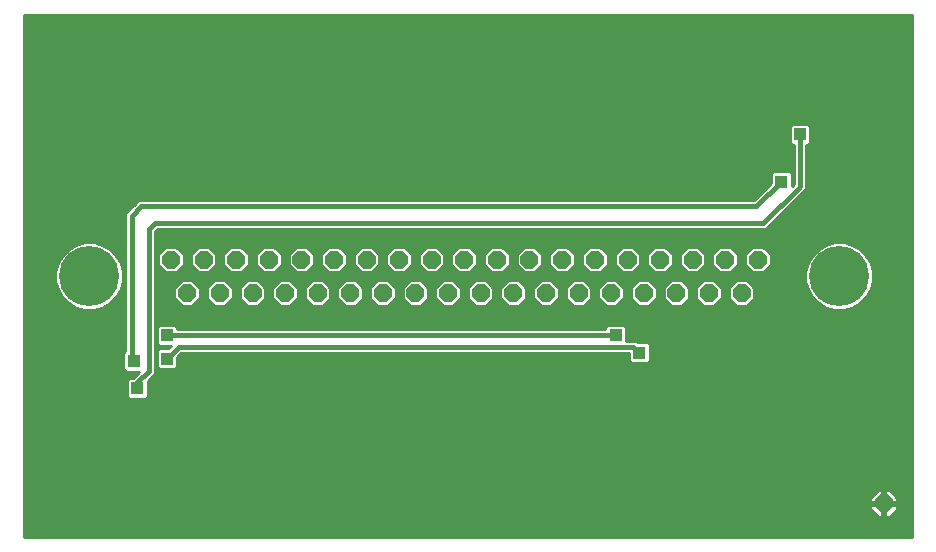
<source format=gbl>
G75*
%MOIN*%
%OFA0B0*%
%FSLAX25Y25*%
%IPPOS*%
%LPD*%
%AMOC8*
5,1,8,0,0,1.08239X$1,22.5*
%
%ADD10OC8,0.06000*%
%ADD11C,0.20000*%
%ADD12C,0.01000*%
%ADD13R,0.04362X0.04362*%
%ADD14C,0.01600*%
D10*
X0073188Y0088349D03*
X0084088Y0088349D03*
X0094988Y0088349D03*
X0105788Y0088349D03*
X0116688Y0088349D03*
X0127588Y0088349D03*
X0138388Y0088349D03*
X0149288Y0088349D03*
X0160188Y0088349D03*
X0170988Y0088349D03*
X0181888Y0088349D03*
X0192788Y0088349D03*
X0203688Y0088349D03*
X0214488Y0088349D03*
X0225388Y0088349D03*
X0236288Y0088349D03*
X0247088Y0088349D03*
X0257988Y0088349D03*
X0252588Y0099549D03*
X0263388Y0099549D03*
X0241688Y0099549D03*
X0230788Y0099549D03*
X0219988Y0099549D03*
X0209088Y0099549D03*
X0198188Y0099549D03*
X0187288Y0099549D03*
X0176488Y0099549D03*
X0165588Y0099549D03*
X0154688Y0099549D03*
X0143888Y0099549D03*
X0132988Y0099549D03*
X0122088Y0099549D03*
X0111288Y0099549D03*
X0100388Y0099549D03*
X0089488Y0099549D03*
X0078688Y0099549D03*
X0067788Y0099549D03*
X0305457Y0018351D03*
D11*
X0290588Y0093949D03*
X0040588Y0093949D03*
D12*
X0018748Y0006937D02*
X0018748Y0181102D01*
X0314961Y0181102D01*
X0314961Y0006937D01*
X0018748Y0006937D01*
X0018748Y0007547D02*
X0314961Y0007547D01*
X0314961Y0008546D02*
X0018748Y0008546D01*
X0018748Y0009544D02*
X0314961Y0009544D01*
X0314961Y0010543D02*
X0018748Y0010543D01*
X0018748Y0011541D02*
X0314961Y0011541D01*
X0314961Y0012540D02*
X0018748Y0012540D01*
X0018748Y0013538D02*
X0314961Y0013538D01*
X0314961Y0014537D02*
X0308007Y0014537D01*
X0307321Y0013851D02*
X0309957Y0016487D01*
X0309957Y0017851D01*
X0305958Y0017851D01*
X0305958Y0018851D01*
X0309957Y0018851D01*
X0309957Y0020215D01*
X0307321Y0022851D01*
X0305957Y0022851D01*
X0305957Y0018851D01*
X0304957Y0018851D01*
X0304957Y0017851D01*
X0300957Y0017851D01*
X0300957Y0016487D01*
X0303594Y0013851D01*
X0304957Y0013851D01*
X0304957Y0017851D01*
X0305957Y0017851D01*
X0305957Y0013851D01*
X0307321Y0013851D01*
X0305957Y0014537D02*
X0304957Y0014537D01*
X0304957Y0015535D02*
X0305957Y0015535D01*
X0305957Y0016534D02*
X0304957Y0016534D01*
X0304957Y0017533D02*
X0305957Y0017533D01*
X0305958Y0018531D02*
X0314961Y0018531D01*
X0314961Y0017533D02*
X0309957Y0017533D01*
X0309957Y0016534D02*
X0314961Y0016534D01*
X0314961Y0015535D02*
X0309006Y0015535D01*
X0302908Y0014537D02*
X0018748Y0014537D01*
X0018748Y0015535D02*
X0301909Y0015535D01*
X0300957Y0016534D02*
X0018748Y0016534D01*
X0018748Y0017533D02*
X0300957Y0017533D01*
X0300957Y0018851D02*
X0304957Y0018851D01*
X0304957Y0022851D01*
X0303594Y0022851D01*
X0300957Y0020215D01*
X0300957Y0018851D01*
X0300957Y0019530D02*
X0018748Y0019530D01*
X0018748Y0020528D02*
X0301270Y0020528D01*
X0302269Y0021527D02*
X0018748Y0021527D01*
X0018748Y0022525D02*
X0303267Y0022525D01*
X0304957Y0022525D02*
X0305957Y0022525D01*
X0305957Y0021527D02*
X0304957Y0021527D01*
X0304957Y0020528D02*
X0305957Y0020528D01*
X0305957Y0019530D02*
X0304957Y0019530D01*
X0304957Y0018531D02*
X0018748Y0018531D01*
X0018748Y0023524D02*
X0314961Y0023524D01*
X0314961Y0024522D02*
X0018748Y0024522D01*
X0018748Y0025521D02*
X0314961Y0025521D01*
X0314961Y0026519D02*
X0018748Y0026519D01*
X0018748Y0027518D02*
X0314961Y0027518D01*
X0314961Y0028516D02*
X0018748Y0028516D01*
X0018748Y0029515D02*
X0314961Y0029515D01*
X0314961Y0030513D02*
X0018748Y0030513D01*
X0018748Y0031512D02*
X0314961Y0031512D01*
X0314961Y0032510D02*
X0018748Y0032510D01*
X0018748Y0033509D02*
X0314961Y0033509D01*
X0314961Y0034507D02*
X0018748Y0034507D01*
X0018748Y0035506D02*
X0314961Y0035506D01*
X0314961Y0036504D02*
X0018748Y0036504D01*
X0018748Y0037503D02*
X0314961Y0037503D01*
X0314961Y0038501D02*
X0018748Y0038501D01*
X0018748Y0039500D02*
X0314961Y0039500D01*
X0314961Y0040498D02*
X0018748Y0040498D01*
X0018748Y0041497D02*
X0314961Y0041497D01*
X0314961Y0042495D02*
X0018748Y0042495D01*
X0018748Y0043494D02*
X0314961Y0043494D01*
X0314961Y0044492D02*
X0018748Y0044492D01*
X0018748Y0045491D02*
X0314961Y0045491D01*
X0314961Y0046489D02*
X0018748Y0046489D01*
X0018748Y0047488D02*
X0314961Y0047488D01*
X0314961Y0048486D02*
X0018748Y0048486D01*
X0018748Y0049485D02*
X0314961Y0049485D01*
X0314961Y0050483D02*
X0018748Y0050483D01*
X0018748Y0051482D02*
X0314961Y0051482D01*
X0314961Y0052480D02*
X0018748Y0052480D01*
X0018748Y0053479D02*
X0053574Y0053479D01*
X0053904Y0053150D02*
X0059332Y0053150D01*
X0060087Y0053904D01*
X0060087Y0059103D01*
X0061420Y0060436D01*
X0062643Y0061659D01*
X0062643Y0108903D01*
X0063388Y0109649D01*
X0266144Y0109649D01*
X0277955Y0121460D01*
X0279572Y0123076D01*
X0279572Y0137795D01*
X0280199Y0137795D01*
X0280953Y0138549D01*
X0280953Y0143978D01*
X0280199Y0144732D01*
X0274770Y0144732D01*
X0274016Y0143978D01*
X0274016Y0138549D01*
X0274770Y0137795D01*
X0275397Y0137795D01*
X0275397Y0124806D01*
X0275003Y0124412D01*
X0274654Y0124062D01*
X0274654Y0128230D01*
X0273899Y0128984D01*
X0268471Y0128984D01*
X0267717Y0128230D01*
X0267717Y0124999D01*
X0262053Y0119335D01*
X0056935Y0119335D01*
X0055712Y0118113D01*
X0052562Y0114963D01*
X0052562Y0068981D01*
X0051969Y0068388D01*
X0051969Y0062959D01*
X0052723Y0062205D01*
X0057284Y0062205D01*
X0055166Y0060087D01*
X0053904Y0060087D01*
X0053150Y0059332D01*
X0053150Y0053904D01*
X0053904Y0053150D01*
X0053150Y0054477D02*
X0018748Y0054477D01*
X0018748Y0055476D02*
X0053150Y0055476D01*
X0053150Y0056474D02*
X0018748Y0056474D01*
X0018748Y0057473D02*
X0053150Y0057473D01*
X0053150Y0058471D02*
X0018748Y0058471D01*
X0018748Y0059470D02*
X0053287Y0059470D01*
X0055548Y0060468D02*
X0018748Y0060468D01*
X0018748Y0061467D02*
X0056546Y0061467D01*
X0052462Y0062466D02*
X0018748Y0062466D01*
X0018748Y0063464D02*
X0051969Y0063464D01*
X0051969Y0064463D02*
X0018748Y0064463D01*
X0018748Y0065461D02*
X0051969Y0065461D01*
X0051969Y0066460D02*
X0018748Y0066460D01*
X0018748Y0067458D02*
X0051969Y0067458D01*
X0052037Y0068457D02*
X0018748Y0068457D01*
X0018748Y0069455D02*
X0052562Y0069455D01*
X0052562Y0070454D02*
X0018748Y0070454D01*
X0018748Y0071452D02*
X0052562Y0071452D01*
X0052562Y0072451D02*
X0018748Y0072451D01*
X0018748Y0073449D02*
X0052562Y0073449D01*
X0052562Y0074448D02*
X0018748Y0074448D01*
X0018748Y0075446D02*
X0052562Y0075446D01*
X0052562Y0076445D02*
X0018748Y0076445D01*
X0018748Y0077443D02*
X0052562Y0077443D01*
X0052562Y0078442D02*
X0018748Y0078442D01*
X0018748Y0079440D02*
X0052562Y0079440D01*
X0052562Y0080439D02*
X0018748Y0080439D01*
X0018748Y0081437D02*
X0052562Y0081437D01*
X0052562Y0082436D02*
X0018748Y0082436D01*
X0018748Y0083434D02*
X0036225Y0083434D01*
X0036231Y0083431D02*
X0039102Y0082661D01*
X0042074Y0082661D01*
X0044945Y0083431D01*
X0047519Y0084917D01*
X0049620Y0087018D01*
X0051106Y0089592D01*
X0051876Y0092463D01*
X0051876Y0095435D01*
X0051106Y0098306D01*
X0049620Y0100879D01*
X0047519Y0102981D01*
X0044945Y0104467D01*
X0042074Y0105236D01*
X0039102Y0105236D01*
X0036231Y0104467D01*
X0033658Y0102981D01*
X0031556Y0100879D01*
X0030070Y0098306D01*
X0029301Y0095435D01*
X0029301Y0092463D01*
X0030070Y0089592D01*
X0031556Y0087018D01*
X0033658Y0084917D01*
X0036231Y0083431D01*
X0034496Y0084433D02*
X0018748Y0084433D01*
X0018748Y0085431D02*
X0033143Y0085431D01*
X0032144Y0086430D02*
X0018748Y0086430D01*
X0018748Y0087428D02*
X0031319Y0087428D01*
X0030743Y0088427D02*
X0018748Y0088427D01*
X0018748Y0089425D02*
X0030166Y0089425D01*
X0029847Y0090424D02*
X0018748Y0090424D01*
X0018748Y0091422D02*
X0029580Y0091422D01*
X0029312Y0092421D02*
X0018748Y0092421D01*
X0018748Y0093419D02*
X0029301Y0093419D01*
X0029301Y0094418D02*
X0018748Y0094418D01*
X0018748Y0095416D02*
X0029301Y0095416D01*
X0029563Y0096415D02*
X0018748Y0096415D01*
X0018748Y0097413D02*
X0029831Y0097413D01*
X0030131Y0098412D02*
X0018748Y0098412D01*
X0018748Y0099410D02*
X0030708Y0099410D01*
X0031284Y0100409D02*
X0018748Y0100409D01*
X0018748Y0101407D02*
X0032084Y0101407D01*
X0033083Y0102406D02*
X0018748Y0102406D01*
X0018748Y0103404D02*
X0034391Y0103404D01*
X0036121Y0104403D02*
X0018748Y0104403D01*
X0018748Y0105402D02*
X0052562Y0105402D01*
X0052562Y0106400D02*
X0018748Y0106400D01*
X0018748Y0107399D02*
X0052562Y0107399D01*
X0052562Y0108397D02*
X0018748Y0108397D01*
X0018748Y0109396D02*
X0052562Y0109396D01*
X0052562Y0110394D02*
X0018748Y0110394D01*
X0018748Y0111393D02*
X0052562Y0111393D01*
X0052562Y0112391D02*
X0018748Y0112391D01*
X0018748Y0113390D02*
X0052562Y0113390D01*
X0052562Y0114388D02*
X0018748Y0114388D01*
X0018748Y0115387D02*
X0052986Y0115387D01*
X0053984Y0116385D02*
X0018748Y0116385D01*
X0018748Y0117384D02*
X0054983Y0117384D01*
X0055981Y0118382D02*
X0018748Y0118382D01*
X0018748Y0119381D02*
X0262098Y0119381D01*
X0263096Y0120379D02*
X0018748Y0120379D01*
X0018748Y0121378D02*
X0264095Y0121378D01*
X0265093Y0122376D02*
X0018748Y0122376D01*
X0018748Y0123375D02*
X0266092Y0123375D01*
X0267090Y0124373D02*
X0018748Y0124373D01*
X0018748Y0125372D02*
X0267717Y0125372D01*
X0267717Y0126370D02*
X0018748Y0126370D01*
X0018748Y0127369D02*
X0267717Y0127369D01*
X0267854Y0128367D02*
X0018748Y0128367D01*
X0018748Y0129366D02*
X0275397Y0129366D01*
X0275397Y0130364D02*
X0018748Y0130364D01*
X0018748Y0131363D02*
X0275397Y0131363D01*
X0275397Y0132361D02*
X0018748Y0132361D01*
X0018748Y0133360D02*
X0275397Y0133360D01*
X0275397Y0134358D02*
X0018748Y0134358D01*
X0018748Y0135357D02*
X0275397Y0135357D01*
X0275397Y0136355D02*
X0018748Y0136355D01*
X0018748Y0137354D02*
X0275397Y0137354D01*
X0274213Y0138352D02*
X0018748Y0138352D01*
X0018748Y0139351D02*
X0274016Y0139351D01*
X0274016Y0140349D02*
X0018748Y0140349D01*
X0018748Y0141348D02*
X0274016Y0141348D01*
X0274016Y0142346D02*
X0018748Y0142346D01*
X0018748Y0143345D02*
X0274016Y0143345D01*
X0274381Y0144343D02*
X0018748Y0144343D01*
X0018748Y0145342D02*
X0314961Y0145342D01*
X0314961Y0146340D02*
X0018748Y0146340D01*
X0018748Y0147339D02*
X0314961Y0147339D01*
X0314961Y0148337D02*
X0018748Y0148337D01*
X0018748Y0149336D02*
X0314961Y0149336D01*
X0314961Y0150335D02*
X0018748Y0150335D01*
X0018748Y0151333D02*
X0314961Y0151333D01*
X0314961Y0152332D02*
X0018748Y0152332D01*
X0018748Y0153330D02*
X0314961Y0153330D01*
X0314961Y0154329D02*
X0018748Y0154329D01*
X0018748Y0155327D02*
X0314961Y0155327D01*
X0314961Y0156326D02*
X0018748Y0156326D01*
X0018748Y0157324D02*
X0314961Y0157324D01*
X0314961Y0158323D02*
X0018748Y0158323D01*
X0018748Y0159321D02*
X0314961Y0159321D01*
X0314961Y0160320D02*
X0018748Y0160320D01*
X0018748Y0161318D02*
X0314961Y0161318D01*
X0314961Y0162317D02*
X0018748Y0162317D01*
X0018748Y0163315D02*
X0314961Y0163315D01*
X0314961Y0164314D02*
X0018748Y0164314D01*
X0018748Y0165312D02*
X0314961Y0165312D01*
X0314961Y0166311D02*
X0018748Y0166311D01*
X0018748Y0167309D02*
X0314961Y0167309D01*
X0314961Y0168308D02*
X0018748Y0168308D01*
X0018748Y0169306D02*
X0314961Y0169306D01*
X0314961Y0170305D02*
X0018748Y0170305D01*
X0018748Y0171303D02*
X0314961Y0171303D01*
X0314961Y0172302D02*
X0018748Y0172302D01*
X0018748Y0173300D02*
X0314961Y0173300D01*
X0314961Y0174299D02*
X0018748Y0174299D01*
X0018748Y0175297D02*
X0314961Y0175297D01*
X0314961Y0176296D02*
X0018748Y0176296D01*
X0018748Y0177294D02*
X0314961Y0177294D01*
X0314961Y0178293D02*
X0018748Y0178293D01*
X0018748Y0179291D02*
X0314961Y0179291D01*
X0314961Y0180290D02*
X0018748Y0180290D01*
X0063135Y0109396D02*
X0314961Y0109396D01*
X0314961Y0110394D02*
X0266889Y0110394D01*
X0267888Y0111393D02*
X0314961Y0111393D01*
X0314961Y0112391D02*
X0268886Y0112391D01*
X0269885Y0113390D02*
X0314961Y0113390D01*
X0314961Y0114388D02*
X0270883Y0114388D01*
X0271882Y0115387D02*
X0314961Y0115387D01*
X0314961Y0116385D02*
X0272880Y0116385D01*
X0273879Y0117384D02*
X0314961Y0117384D01*
X0314961Y0118382D02*
X0274877Y0118382D01*
X0275876Y0119381D02*
X0314961Y0119381D01*
X0314961Y0120379D02*
X0276875Y0120379D01*
X0277873Y0121378D02*
X0314961Y0121378D01*
X0314961Y0122376D02*
X0278872Y0122376D01*
X0279572Y0123375D02*
X0314961Y0123375D01*
X0314961Y0124373D02*
X0279572Y0124373D01*
X0279572Y0125372D02*
X0314961Y0125372D01*
X0314961Y0126370D02*
X0279572Y0126370D01*
X0279572Y0127369D02*
X0314961Y0127369D01*
X0314961Y0128367D02*
X0279572Y0128367D01*
X0279572Y0129366D02*
X0314961Y0129366D01*
X0314961Y0130364D02*
X0279572Y0130364D01*
X0279572Y0131363D02*
X0314961Y0131363D01*
X0314961Y0132361D02*
X0279572Y0132361D01*
X0279572Y0133360D02*
X0314961Y0133360D01*
X0314961Y0134358D02*
X0279572Y0134358D01*
X0279572Y0135357D02*
X0314961Y0135357D01*
X0314961Y0136355D02*
X0279572Y0136355D01*
X0279572Y0137354D02*
X0314961Y0137354D01*
X0314961Y0138352D02*
X0280756Y0138352D01*
X0280953Y0139351D02*
X0314961Y0139351D01*
X0314961Y0140349D02*
X0280953Y0140349D01*
X0280953Y0141348D02*
X0314961Y0141348D01*
X0314961Y0142346D02*
X0280953Y0142346D01*
X0280953Y0143345D02*
X0314961Y0143345D01*
X0314961Y0144343D02*
X0280587Y0144343D01*
X0275397Y0128367D02*
X0274516Y0128367D01*
X0274654Y0127369D02*
X0275397Y0127369D01*
X0275397Y0126370D02*
X0274654Y0126370D01*
X0274654Y0125372D02*
X0275397Y0125372D01*
X0274965Y0124373D02*
X0274654Y0124373D01*
X0286121Y0104403D02*
X0062643Y0104403D01*
X0062643Y0105402D02*
X0314961Y0105402D01*
X0314961Y0106400D02*
X0062643Y0106400D01*
X0062643Y0107399D02*
X0314961Y0107399D01*
X0314961Y0108397D02*
X0062643Y0108397D01*
X0062643Y0103404D02*
X0065581Y0103404D01*
X0066012Y0103836D02*
X0063501Y0101325D01*
X0063501Y0097773D01*
X0066012Y0095261D01*
X0069564Y0095261D01*
X0072076Y0097773D01*
X0072076Y0101325D01*
X0069564Y0103836D01*
X0066012Y0103836D01*
X0064582Y0102406D02*
X0062643Y0102406D01*
X0062643Y0101407D02*
X0063584Y0101407D01*
X0063501Y0100409D02*
X0062643Y0100409D01*
X0062643Y0099410D02*
X0063501Y0099410D01*
X0063501Y0098412D02*
X0062643Y0098412D01*
X0062643Y0097413D02*
X0063860Y0097413D01*
X0064859Y0096415D02*
X0062643Y0096415D01*
X0062643Y0095416D02*
X0065857Y0095416D01*
X0062643Y0094418D02*
X0279301Y0094418D01*
X0279301Y0095416D02*
X0265319Y0095416D01*
X0265164Y0095261D02*
X0267676Y0097773D01*
X0267676Y0101325D01*
X0265164Y0103836D01*
X0261612Y0103836D01*
X0259101Y0101325D01*
X0259101Y0097773D01*
X0261612Y0095261D01*
X0265164Y0095261D01*
X0266318Y0096415D02*
X0279563Y0096415D01*
X0279301Y0095435D02*
X0280070Y0098306D01*
X0281556Y0100879D01*
X0283658Y0102981D01*
X0286231Y0104467D01*
X0289102Y0105236D01*
X0292074Y0105236D01*
X0294945Y0104467D01*
X0297519Y0102981D01*
X0299620Y0100879D01*
X0301106Y0098306D01*
X0301876Y0095435D01*
X0301876Y0092463D01*
X0301106Y0089592D01*
X0299620Y0087018D01*
X0297519Y0084917D01*
X0294945Y0083431D01*
X0292074Y0082661D01*
X0289102Y0082661D01*
X0286231Y0083431D01*
X0283658Y0084917D01*
X0281556Y0087018D01*
X0280070Y0089592D01*
X0279301Y0092463D01*
X0279301Y0095435D01*
X0279301Y0093419D02*
X0062643Y0093419D01*
X0062643Y0092421D02*
X0071197Y0092421D01*
X0071412Y0092636D02*
X0068901Y0090125D01*
X0068901Y0086573D01*
X0071412Y0084061D01*
X0074964Y0084061D01*
X0077476Y0086573D01*
X0077476Y0090125D01*
X0074964Y0092636D01*
X0071412Y0092636D01*
X0070198Y0091422D02*
X0062643Y0091422D01*
X0062643Y0090424D02*
X0069200Y0090424D01*
X0068901Y0089425D02*
X0062643Y0089425D01*
X0062643Y0088427D02*
X0068901Y0088427D01*
X0068901Y0087428D02*
X0062643Y0087428D01*
X0062643Y0086430D02*
X0069044Y0086430D01*
X0070042Y0085431D02*
X0062643Y0085431D01*
X0062643Y0084433D02*
X0071041Y0084433D01*
X0075335Y0084433D02*
X0081941Y0084433D01*
X0082312Y0084061D02*
X0079801Y0086573D01*
X0079801Y0090125D01*
X0082312Y0092636D01*
X0085864Y0092636D01*
X0088376Y0090125D01*
X0088376Y0086573D01*
X0085864Y0084061D01*
X0082312Y0084061D01*
X0080942Y0085431D02*
X0076334Y0085431D01*
X0077332Y0086430D02*
X0079944Y0086430D01*
X0079801Y0087428D02*
X0077476Y0087428D01*
X0077476Y0088427D02*
X0079801Y0088427D01*
X0079801Y0089425D02*
X0077476Y0089425D01*
X0077176Y0090424D02*
X0080100Y0090424D01*
X0081098Y0091422D02*
X0076178Y0091422D01*
X0075179Y0092421D02*
X0082097Y0092421D01*
X0086079Y0092421D02*
X0092997Y0092421D01*
X0093212Y0092636D02*
X0090701Y0090125D01*
X0090701Y0086573D01*
X0093212Y0084061D01*
X0096764Y0084061D01*
X0099276Y0086573D01*
X0099276Y0090125D01*
X0096764Y0092636D01*
X0093212Y0092636D01*
X0091998Y0091422D02*
X0087078Y0091422D01*
X0088076Y0090424D02*
X0091000Y0090424D01*
X0090701Y0089425D02*
X0088376Y0089425D01*
X0088376Y0088427D02*
X0090701Y0088427D01*
X0090701Y0087428D02*
X0088376Y0087428D01*
X0088232Y0086430D02*
X0090844Y0086430D01*
X0091842Y0085431D02*
X0087234Y0085431D01*
X0086235Y0084433D02*
X0092841Y0084433D01*
X0097135Y0084433D02*
X0103641Y0084433D01*
X0104012Y0084061D02*
X0107564Y0084061D01*
X0110076Y0086573D01*
X0110076Y0090125D01*
X0107564Y0092636D01*
X0104012Y0092636D01*
X0101501Y0090125D01*
X0101501Y0086573D01*
X0104012Y0084061D01*
X0102642Y0085431D02*
X0098134Y0085431D01*
X0099132Y0086430D02*
X0101644Y0086430D01*
X0101501Y0087428D02*
X0099276Y0087428D01*
X0099276Y0088427D02*
X0101501Y0088427D01*
X0101501Y0089425D02*
X0099276Y0089425D01*
X0098976Y0090424D02*
X0101800Y0090424D01*
X0102798Y0091422D02*
X0097978Y0091422D01*
X0096979Y0092421D02*
X0103797Y0092421D01*
X0107779Y0092421D02*
X0114697Y0092421D01*
X0114912Y0092636D02*
X0112401Y0090125D01*
X0112401Y0086573D01*
X0114912Y0084061D01*
X0118464Y0084061D01*
X0120976Y0086573D01*
X0120976Y0090125D01*
X0118464Y0092636D01*
X0114912Y0092636D01*
X0113698Y0091422D02*
X0108778Y0091422D01*
X0109776Y0090424D02*
X0112700Y0090424D01*
X0112401Y0089425D02*
X0110076Y0089425D01*
X0110076Y0088427D02*
X0112401Y0088427D01*
X0112401Y0087428D02*
X0110076Y0087428D01*
X0109932Y0086430D02*
X0112544Y0086430D01*
X0113542Y0085431D02*
X0108934Y0085431D01*
X0107935Y0084433D02*
X0114541Y0084433D01*
X0118835Y0084433D02*
X0125441Y0084433D01*
X0125812Y0084061D02*
X0129364Y0084061D01*
X0131876Y0086573D01*
X0131876Y0090125D01*
X0129364Y0092636D01*
X0125812Y0092636D01*
X0123301Y0090125D01*
X0123301Y0086573D01*
X0125812Y0084061D01*
X0124442Y0085431D02*
X0119834Y0085431D01*
X0120832Y0086430D02*
X0123444Y0086430D01*
X0123301Y0087428D02*
X0120976Y0087428D01*
X0120976Y0088427D02*
X0123301Y0088427D01*
X0123301Y0089425D02*
X0120976Y0089425D01*
X0120676Y0090424D02*
X0123600Y0090424D01*
X0124598Y0091422D02*
X0119678Y0091422D01*
X0118679Y0092421D02*
X0125597Y0092421D01*
X0129579Y0092421D02*
X0136397Y0092421D01*
X0136612Y0092636D02*
X0134101Y0090125D01*
X0134101Y0086573D01*
X0136612Y0084061D01*
X0140164Y0084061D01*
X0142676Y0086573D01*
X0142676Y0090125D01*
X0140164Y0092636D01*
X0136612Y0092636D01*
X0135398Y0091422D02*
X0130578Y0091422D01*
X0131576Y0090424D02*
X0134400Y0090424D01*
X0134101Y0089425D02*
X0131876Y0089425D01*
X0131876Y0088427D02*
X0134101Y0088427D01*
X0134101Y0087428D02*
X0131876Y0087428D01*
X0131732Y0086430D02*
X0134244Y0086430D01*
X0135242Y0085431D02*
X0130734Y0085431D01*
X0129735Y0084433D02*
X0136241Y0084433D01*
X0140535Y0084433D02*
X0147141Y0084433D01*
X0147512Y0084061D02*
X0151064Y0084061D01*
X0153576Y0086573D01*
X0153576Y0090125D01*
X0151064Y0092636D01*
X0147512Y0092636D01*
X0145001Y0090125D01*
X0145001Y0086573D01*
X0147512Y0084061D01*
X0146142Y0085431D02*
X0141534Y0085431D01*
X0142532Y0086430D02*
X0145144Y0086430D01*
X0145001Y0087428D02*
X0142676Y0087428D01*
X0142676Y0088427D02*
X0145001Y0088427D01*
X0145001Y0089425D02*
X0142676Y0089425D01*
X0142376Y0090424D02*
X0145300Y0090424D01*
X0146298Y0091422D02*
X0141378Y0091422D01*
X0140379Y0092421D02*
X0147297Y0092421D01*
X0151279Y0092421D02*
X0158197Y0092421D01*
X0158412Y0092636D02*
X0155901Y0090125D01*
X0155901Y0086573D01*
X0158412Y0084061D01*
X0161964Y0084061D01*
X0164476Y0086573D01*
X0164476Y0090125D01*
X0161964Y0092636D01*
X0158412Y0092636D01*
X0157198Y0091422D02*
X0152278Y0091422D01*
X0153276Y0090424D02*
X0156200Y0090424D01*
X0155901Y0089425D02*
X0153576Y0089425D01*
X0153576Y0088427D02*
X0155901Y0088427D01*
X0155901Y0087428D02*
X0153576Y0087428D01*
X0153432Y0086430D02*
X0156044Y0086430D01*
X0157042Y0085431D02*
X0152434Y0085431D01*
X0151435Y0084433D02*
X0158041Y0084433D01*
X0162335Y0084433D02*
X0168841Y0084433D01*
X0169212Y0084061D02*
X0172764Y0084061D01*
X0175276Y0086573D01*
X0175276Y0090125D01*
X0172764Y0092636D01*
X0169212Y0092636D01*
X0166701Y0090125D01*
X0166701Y0086573D01*
X0169212Y0084061D01*
X0167842Y0085431D02*
X0163334Y0085431D01*
X0164332Y0086430D02*
X0166844Y0086430D01*
X0166701Y0087428D02*
X0164476Y0087428D01*
X0164476Y0088427D02*
X0166701Y0088427D01*
X0166701Y0089425D02*
X0164476Y0089425D01*
X0164176Y0090424D02*
X0167000Y0090424D01*
X0167998Y0091422D02*
X0163178Y0091422D01*
X0162179Y0092421D02*
X0168997Y0092421D01*
X0172979Y0092421D02*
X0179897Y0092421D01*
X0180112Y0092636D02*
X0177601Y0090125D01*
X0177601Y0086573D01*
X0180112Y0084061D01*
X0183664Y0084061D01*
X0186176Y0086573D01*
X0186176Y0090125D01*
X0183664Y0092636D01*
X0180112Y0092636D01*
X0178898Y0091422D02*
X0173978Y0091422D01*
X0174976Y0090424D02*
X0177900Y0090424D01*
X0177601Y0089425D02*
X0175276Y0089425D01*
X0175276Y0088427D02*
X0177601Y0088427D01*
X0177601Y0087428D02*
X0175276Y0087428D01*
X0175132Y0086430D02*
X0177744Y0086430D01*
X0178742Y0085431D02*
X0174134Y0085431D01*
X0173135Y0084433D02*
X0179741Y0084433D01*
X0184035Y0084433D02*
X0190641Y0084433D01*
X0191012Y0084061D02*
X0194564Y0084061D01*
X0197076Y0086573D01*
X0197076Y0090125D01*
X0194564Y0092636D01*
X0191012Y0092636D01*
X0188501Y0090125D01*
X0188501Y0086573D01*
X0191012Y0084061D01*
X0189642Y0085431D02*
X0185034Y0085431D01*
X0186032Y0086430D02*
X0188644Y0086430D01*
X0188501Y0087428D02*
X0186176Y0087428D01*
X0186176Y0088427D02*
X0188501Y0088427D01*
X0188501Y0089425D02*
X0186176Y0089425D01*
X0185876Y0090424D02*
X0188800Y0090424D01*
X0189798Y0091422D02*
X0184878Y0091422D01*
X0183879Y0092421D02*
X0190797Y0092421D01*
X0194779Y0092421D02*
X0201697Y0092421D01*
X0201912Y0092636D02*
X0199401Y0090125D01*
X0199401Y0086573D01*
X0201912Y0084061D01*
X0205464Y0084061D01*
X0207976Y0086573D01*
X0207976Y0090125D01*
X0205464Y0092636D01*
X0201912Y0092636D01*
X0200698Y0091422D02*
X0195778Y0091422D01*
X0196776Y0090424D02*
X0199700Y0090424D01*
X0199401Y0089425D02*
X0197076Y0089425D01*
X0197076Y0088427D02*
X0199401Y0088427D01*
X0199401Y0087428D02*
X0197076Y0087428D01*
X0196932Y0086430D02*
X0199544Y0086430D01*
X0200542Y0085431D02*
X0195934Y0085431D01*
X0194935Y0084433D02*
X0201541Y0084433D01*
X0205835Y0084433D02*
X0212341Y0084433D01*
X0212712Y0084061D02*
X0210201Y0086573D01*
X0210201Y0090125D01*
X0212712Y0092636D01*
X0216264Y0092636D01*
X0218776Y0090125D01*
X0218776Y0086573D01*
X0216264Y0084061D01*
X0212712Y0084061D01*
X0211342Y0085431D02*
X0206834Y0085431D01*
X0207832Y0086430D02*
X0210344Y0086430D01*
X0210201Y0087428D02*
X0207976Y0087428D01*
X0207976Y0088427D02*
X0210201Y0088427D01*
X0210201Y0089425D02*
X0207976Y0089425D01*
X0207676Y0090424D02*
X0210500Y0090424D01*
X0211498Y0091422D02*
X0206678Y0091422D01*
X0205679Y0092421D02*
X0212497Y0092421D01*
X0216479Y0092421D02*
X0223397Y0092421D01*
X0223612Y0092636D02*
X0221101Y0090125D01*
X0221101Y0086573D01*
X0223612Y0084061D01*
X0227164Y0084061D01*
X0229676Y0086573D01*
X0229676Y0090125D01*
X0227164Y0092636D01*
X0223612Y0092636D01*
X0222398Y0091422D02*
X0217478Y0091422D01*
X0218476Y0090424D02*
X0221400Y0090424D01*
X0221101Y0089425D02*
X0218776Y0089425D01*
X0218776Y0088427D02*
X0221101Y0088427D01*
X0221101Y0087428D02*
X0218776Y0087428D01*
X0218632Y0086430D02*
X0221244Y0086430D01*
X0222242Y0085431D02*
X0217634Y0085431D01*
X0216635Y0084433D02*
X0223241Y0084433D01*
X0227535Y0084433D02*
X0234141Y0084433D01*
X0234512Y0084061D02*
X0238064Y0084061D01*
X0240576Y0086573D01*
X0240576Y0090125D01*
X0238064Y0092636D01*
X0234512Y0092636D01*
X0232001Y0090125D01*
X0232001Y0086573D01*
X0234512Y0084061D01*
X0233142Y0085431D02*
X0228534Y0085431D01*
X0229532Y0086430D02*
X0232144Y0086430D01*
X0232001Y0087428D02*
X0229676Y0087428D01*
X0229676Y0088427D02*
X0232001Y0088427D01*
X0232001Y0089425D02*
X0229676Y0089425D01*
X0229376Y0090424D02*
X0232300Y0090424D01*
X0233298Y0091422D02*
X0228378Y0091422D01*
X0227379Y0092421D02*
X0234297Y0092421D01*
X0238279Y0092421D02*
X0245097Y0092421D01*
X0245312Y0092636D02*
X0242801Y0090125D01*
X0242801Y0086573D01*
X0245312Y0084061D01*
X0248864Y0084061D01*
X0251376Y0086573D01*
X0251376Y0090125D01*
X0248864Y0092636D01*
X0245312Y0092636D01*
X0244098Y0091422D02*
X0239278Y0091422D01*
X0240276Y0090424D02*
X0243100Y0090424D01*
X0242801Y0089425D02*
X0240576Y0089425D01*
X0240576Y0088427D02*
X0242801Y0088427D01*
X0242801Y0087428D02*
X0240576Y0087428D01*
X0240432Y0086430D02*
X0242944Y0086430D01*
X0243942Y0085431D02*
X0239434Y0085431D01*
X0238435Y0084433D02*
X0244941Y0084433D01*
X0249235Y0084433D02*
X0255841Y0084433D01*
X0256212Y0084061D02*
X0259764Y0084061D01*
X0262276Y0086573D01*
X0262276Y0090125D01*
X0259764Y0092636D01*
X0256212Y0092636D01*
X0253701Y0090125D01*
X0253701Y0086573D01*
X0256212Y0084061D01*
X0254842Y0085431D02*
X0250234Y0085431D01*
X0251232Y0086430D02*
X0253844Y0086430D01*
X0253701Y0087428D02*
X0251376Y0087428D01*
X0251376Y0088427D02*
X0253701Y0088427D01*
X0253701Y0089425D02*
X0251376Y0089425D01*
X0251076Y0090424D02*
X0254000Y0090424D01*
X0254998Y0091422D02*
X0250078Y0091422D01*
X0249079Y0092421D02*
X0255997Y0092421D01*
X0259979Y0092421D02*
X0279312Y0092421D01*
X0279580Y0091422D02*
X0260978Y0091422D01*
X0261976Y0090424D02*
X0279847Y0090424D01*
X0280166Y0089425D02*
X0262276Y0089425D01*
X0262276Y0088427D02*
X0280743Y0088427D01*
X0281319Y0087428D02*
X0262276Y0087428D01*
X0262132Y0086430D02*
X0282144Y0086430D01*
X0283143Y0085431D02*
X0261134Y0085431D01*
X0260135Y0084433D02*
X0284496Y0084433D01*
X0286225Y0083434D02*
X0062643Y0083434D01*
X0062643Y0082436D02*
X0314961Y0082436D01*
X0314961Y0083434D02*
X0294951Y0083434D01*
X0296681Y0084433D02*
X0314961Y0084433D01*
X0314961Y0085431D02*
X0298033Y0085431D01*
X0299032Y0086430D02*
X0314961Y0086430D01*
X0314961Y0087428D02*
X0299857Y0087428D01*
X0300434Y0088427D02*
X0314961Y0088427D01*
X0314961Y0089425D02*
X0301010Y0089425D01*
X0301329Y0090424D02*
X0314961Y0090424D01*
X0314961Y0091422D02*
X0301597Y0091422D01*
X0301864Y0092421D02*
X0314961Y0092421D01*
X0314961Y0093419D02*
X0301876Y0093419D01*
X0301876Y0094418D02*
X0314961Y0094418D01*
X0314961Y0095416D02*
X0301876Y0095416D01*
X0301613Y0096415D02*
X0314961Y0096415D01*
X0314961Y0097413D02*
X0301345Y0097413D01*
X0301045Y0098412D02*
X0314961Y0098412D01*
X0314961Y0099410D02*
X0300468Y0099410D01*
X0299892Y0100409D02*
X0314961Y0100409D01*
X0314961Y0101407D02*
X0299092Y0101407D01*
X0298094Y0102406D02*
X0314961Y0102406D01*
X0314961Y0103404D02*
X0296785Y0103404D01*
X0295056Y0104403D02*
X0314961Y0104403D01*
X0284391Y0103404D02*
X0265596Y0103404D01*
X0266594Y0102406D02*
X0283083Y0102406D01*
X0282084Y0101407D02*
X0267593Y0101407D01*
X0267676Y0100409D02*
X0281284Y0100409D01*
X0280708Y0099410D02*
X0267676Y0099410D01*
X0267676Y0098412D02*
X0280131Y0098412D01*
X0279831Y0097413D02*
X0267316Y0097413D01*
X0261457Y0095416D02*
X0254519Y0095416D01*
X0254364Y0095261D02*
X0256876Y0097773D01*
X0256876Y0101325D01*
X0254364Y0103836D01*
X0250812Y0103836D01*
X0248301Y0101325D01*
X0248301Y0097773D01*
X0250812Y0095261D01*
X0254364Y0095261D01*
X0255518Y0096415D02*
X0260459Y0096415D01*
X0259460Y0097413D02*
X0256516Y0097413D01*
X0256876Y0098412D02*
X0259101Y0098412D01*
X0259101Y0099410D02*
X0256876Y0099410D01*
X0256876Y0100409D02*
X0259101Y0100409D01*
X0259184Y0101407D02*
X0256793Y0101407D01*
X0255794Y0102406D02*
X0260182Y0102406D01*
X0261181Y0103404D02*
X0254796Y0103404D01*
X0250381Y0103404D02*
X0243896Y0103404D01*
X0243464Y0103836D02*
X0239912Y0103836D01*
X0237401Y0101325D01*
X0237401Y0097773D01*
X0239912Y0095261D01*
X0243464Y0095261D01*
X0245976Y0097773D01*
X0245976Y0101325D01*
X0243464Y0103836D01*
X0244894Y0102406D02*
X0249382Y0102406D01*
X0248384Y0101407D02*
X0245893Y0101407D01*
X0245976Y0100409D02*
X0248301Y0100409D01*
X0248301Y0099410D02*
X0245976Y0099410D01*
X0245976Y0098412D02*
X0248301Y0098412D01*
X0248660Y0097413D02*
X0245616Y0097413D01*
X0244618Y0096415D02*
X0249659Y0096415D01*
X0250657Y0095416D02*
X0243619Y0095416D01*
X0239757Y0095416D02*
X0232719Y0095416D01*
X0232564Y0095261D02*
X0235076Y0097773D01*
X0235076Y0101325D01*
X0232564Y0103836D01*
X0229012Y0103836D01*
X0226501Y0101325D01*
X0226501Y0097773D01*
X0229012Y0095261D01*
X0232564Y0095261D01*
X0233718Y0096415D02*
X0238759Y0096415D01*
X0237760Y0097413D02*
X0234716Y0097413D01*
X0235076Y0098412D02*
X0237401Y0098412D01*
X0237401Y0099410D02*
X0235076Y0099410D01*
X0235076Y0100409D02*
X0237401Y0100409D01*
X0237484Y0101407D02*
X0234993Y0101407D01*
X0233994Y0102406D02*
X0238482Y0102406D01*
X0239481Y0103404D02*
X0232996Y0103404D01*
X0228581Y0103404D02*
X0222196Y0103404D01*
X0221764Y0103836D02*
X0218212Y0103836D01*
X0215701Y0101325D01*
X0215701Y0097773D01*
X0218212Y0095261D01*
X0221764Y0095261D01*
X0224276Y0097773D01*
X0224276Y0101325D01*
X0221764Y0103836D01*
X0223194Y0102406D02*
X0227582Y0102406D01*
X0226584Y0101407D02*
X0224193Y0101407D01*
X0224276Y0100409D02*
X0226501Y0100409D01*
X0226501Y0099410D02*
X0224276Y0099410D01*
X0224276Y0098412D02*
X0226501Y0098412D01*
X0226860Y0097413D02*
X0223916Y0097413D01*
X0222918Y0096415D02*
X0227859Y0096415D01*
X0228857Y0095416D02*
X0221919Y0095416D01*
X0218057Y0095416D02*
X0211019Y0095416D01*
X0210864Y0095261D02*
X0213376Y0097773D01*
X0213376Y0101325D01*
X0210864Y0103836D01*
X0207312Y0103836D01*
X0204801Y0101325D01*
X0204801Y0097773D01*
X0207312Y0095261D01*
X0210864Y0095261D01*
X0212018Y0096415D02*
X0217059Y0096415D01*
X0216060Y0097413D02*
X0213016Y0097413D01*
X0213376Y0098412D02*
X0215701Y0098412D01*
X0215701Y0099410D02*
X0213376Y0099410D01*
X0213376Y0100409D02*
X0215701Y0100409D01*
X0215784Y0101407D02*
X0213293Y0101407D01*
X0212294Y0102406D02*
X0216782Y0102406D01*
X0217781Y0103404D02*
X0211296Y0103404D01*
X0206881Y0103404D02*
X0200396Y0103404D01*
X0199964Y0103836D02*
X0196412Y0103836D01*
X0193901Y0101325D01*
X0193901Y0097773D01*
X0196412Y0095261D01*
X0199964Y0095261D01*
X0202476Y0097773D01*
X0202476Y0101325D01*
X0199964Y0103836D01*
X0201394Y0102406D02*
X0205882Y0102406D01*
X0204884Y0101407D02*
X0202393Y0101407D01*
X0202476Y0100409D02*
X0204801Y0100409D01*
X0204801Y0099410D02*
X0202476Y0099410D01*
X0202476Y0098412D02*
X0204801Y0098412D01*
X0205160Y0097413D02*
X0202116Y0097413D01*
X0201118Y0096415D02*
X0206159Y0096415D01*
X0207157Y0095416D02*
X0200119Y0095416D01*
X0196257Y0095416D02*
X0189219Y0095416D01*
X0189064Y0095261D02*
X0191576Y0097773D01*
X0191576Y0101325D01*
X0189064Y0103836D01*
X0185512Y0103836D01*
X0183001Y0101325D01*
X0183001Y0097773D01*
X0185512Y0095261D01*
X0189064Y0095261D01*
X0190218Y0096415D02*
X0195259Y0096415D01*
X0194260Y0097413D02*
X0191216Y0097413D01*
X0191576Y0098412D02*
X0193901Y0098412D01*
X0193901Y0099410D02*
X0191576Y0099410D01*
X0191576Y0100409D02*
X0193901Y0100409D01*
X0193984Y0101407D02*
X0191493Y0101407D01*
X0190494Y0102406D02*
X0194982Y0102406D01*
X0195981Y0103404D02*
X0189496Y0103404D01*
X0185081Y0103404D02*
X0178696Y0103404D01*
X0178264Y0103836D02*
X0174712Y0103836D01*
X0172201Y0101325D01*
X0172201Y0097773D01*
X0174712Y0095261D01*
X0178264Y0095261D01*
X0180776Y0097773D01*
X0180776Y0101325D01*
X0178264Y0103836D01*
X0179694Y0102406D02*
X0184082Y0102406D01*
X0183084Y0101407D02*
X0180693Y0101407D01*
X0180776Y0100409D02*
X0183001Y0100409D01*
X0183001Y0099410D02*
X0180776Y0099410D01*
X0180776Y0098412D02*
X0183001Y0098412D01*
X0183360Y0097413D02*
X0180416Y0097413D01*
X0179418Y0096415D02*
X0184359Y0096415D01*
X0185357Y0095416D02*
X0178419Y0095416D01*
X0174557Y0095416D02*
X0167519Y0095416D01*
X0167364Y0095261D02*
X0169876Y0097773D01*
X0169876Y0101325D01*
X0167364Y0103836D01*
X0163812Y0103836D01*
X0161301Y0101325D01*
X0161301Y0097773D01*
X0163812Y0095261D01*
X0167364Y0095261D01*
X0168518Y0096415D02*
X0173559Y0096415D01*
X0172560Y0097413D02*
X0169516Y0097413D01*
X0169876Y0098412D02*
X0172201Y0098412D01*
X0172201Y0099410D02*
X0169876Y0099410D01*
X0169876Y0100409D02*
X0172201Y0100409D01*
X0172284Y0101407D02*
X0169793Y0101407D01*
X0168794Y0102406D02*
X0173282Y0102406D01*
X0174281Y0103404D02*
X0167796Y0103404D01*
X0163381Y0103404D02*
X0156896Y0103404D01*
X0156464Y0103836D02*
X0158976Y0101325D01*
X0158976Y0097773D01*
X0156464Y0095261D01*
X0152912Y0095261D01*
X0150401Y0097773D01*
X0150401Y0101325D01*
X0152912Y0103836D01*
X0156464Y0103836D01*
X0157894Y0102406D02*
X0162382Y0102406D01*
X0161384Y0101407D02*
X0158893Y0101407D01*
X0158976Y0100409D02*
X0161301Y0100409D01*
X0161301Y0099410D02*
X0158976Y0099410D01*
X0158976Y0098412D02*
X0161301Y0098412D01*
X0161660Y0097413D02*
X0158616Y0097413D01*
X0157618Y0096415D02*
X0162659Y0096415D01*
X0163657Y0095416D02*
X0156619Y0095416D01*
X0152757Y0095416D02*
X0145819Y0095416D01*
X0145664Y0095261D02*
X0148176Y0097773D01*
X0148176Y0101325D01*
X0145664Y0103836D01*
X0142112Y0103836D01*
X0139601Y0101325D01*
X0139601Y0097773D01*
X0142112Y0095261D01*
X0145664Y0095261D01*
X0146818Y0096415D02*
X0151759Y0096415D01*
X0150760Y0097413D02*
X0147816Y0097413D01*
X0148176Y0098412D02*
X0150401Y0098412D01*
X0150401Y0099410D02*
X0148176Y0099410D01*
X0148176Y0100409D02*
X0150401Y0100409D01*
X0150484Y0101407D02*
X0148093Y0101407D01*
X0147094Y0102406D02*
X0151482Y0102406D01*
X0152481Y0103404D02*
X0146096Y0103404D01*
X0141681Y0103404D02*
X0135196Y0103404D01*
X0134764Y0103836D02*
X0131212Y0103836D01*
X0128701Y0101325D01*
X0128701Y0097773D01*
X0131212Y0095261D01*
X0134764Y0095261D01*
X0137276Y0097773D01*
X0137276Y0101325D01*
X0134764Y0103836D01*
X0136194Y0102406D02*
X0140682Y0102406D01*
X0139684Y0101407D02*
X0137193Y0101407D01*
X0137276Y0100409D02*
X0139601Y0100409D01*
X0139601Y0099410D02*
X0137276Y0099410D01*
X0137276Y0098412D02*
X0139601Y0098412D01*
X0139960Y0097413D02*
X0136916Y0097413D01*
X0135918Y0096415D02*
X0140959Y0096415D01*
X0141957Y0095416D02*
X0134919Y0095416D01*
X0131057Y0095416D02*
X0124019Y0095416D01*
X0123864Y0095261D02*
X0126376Y0097773D01*
X0126376Y0101325D01*
X0123864Y0103836D01*
X0120312Y0103836D01*
X0117801Y0101325D01*
X0117801Y0097773D01*
X0120312Y0095261D01*
X0123864Y0095261D01*
X0125018Y0096415D02*
X0130059Y0096415D01*
X0129060Y0097413D02*
X0126016Y0097413D01*
X0126376Y0098412D02*
X0128701Y0098412D01*
X0128701Y0099410D02*
X0126376Y0099410D01*
X0126376Y0100409D02*
X0128701Y0100409D01*
X0128784Y0101407D02*
X0126293Y0101407D01*
X0125294Y0102406D02*
X0129782Y0102406D01*
X0130781Y0103404D02*
X0124296Y0103404D01*
X0119881Y0103404D02*
X0113496Y0103404D01*
X0113064Y0103836D02*
X0109512Y0103836D01*
X0107001Y0101325D01*
X0107001Y0097773D01*
X0109512Y0095261D01*
X0113064Y0095261D01*
X0115576Y0097773D01*
X0115576Y0101325D01*
X0113064Y0103836D01*
X0114494Y0102406D02*
X0118882Y0102406D01*
X0117884Y0101407D02*
X0115493Y0101407D01*
X0115576Y0100409D02*
X0117801Y0100409D01*
X0117801Y0099410D02*
X0115576Y0099410D01*
X0115576Y0098412D02*
X0117801Y0098412D01*
X0118160Y0097413D02*
X0115216Y0097413D01*
X0114218Y0096415D02*
X0119159Y0096415D01*
X0120157Y0095416D02*
X0113219Y0095416D01*
X0109357Y0095416D02*
X0102319Y0095416D01*
X0102164Y0095261D02*
X0104676Y0097773D01*
X0104676Y0101325D01*
X0102164Y0103836D01*
X0098612Y0103836D01*
X0096101Y0101325D01*
X0096101Y0097773D01*
X0098612Y0095261D01*
X0102164Y0095261D01*
X0103318Y0096415D02*
X0108359Y0096415D01*
X0107360Y0097413D02*
X0104316Y0097413D01*
X0104676Y0098412D02*
X0107001Y0098412D01*
X0107001Y0099410D02*
X0104676Y0099410D01*
X0104676Y0100409D02*
X0107001Y0100409D01*
X0107084Y0101407D02*
X0104593Y0101407D01*
X0103594Y0102406D02*
X0108082Y0102406D01*
X0109081Y0103404D02*
X0102596Y0103404D01*
X0098181Y0103404D02*
X0091696Y0103404D01*
X0091264Y0103836D02*
X0087712Y0103836D01*
X0085201Y0101325D01*
X0085201Y0097773D01*
X0087712Y0095261D01*
X0091264Y0095261D01*
X0093776Y0097773D01*
X0093776Y0101325D01*
X0091264Y0103836D01*
X0092694Y0102406D02*
X0097182Y0102406D01*
X0096184Y0101407D02*
X0093693Y0101407D01*
X0093776Y0100409D02*
X0096101Y0100409D01*
X0096101Y0099410D02*
X0093776Y0099410D01*
X0093776Y0098412D02*
X0096101Y0098412D01*
X0096460Y0097413D02*
X0093416Y0097413D01*
X0092418Y0096415D02*
X0097459Y0096415D01*
X0098457Y0095416D02*
X0091419Y0095416D01*
X0087557Y0095416D02*
X0080619Y0095416D01*
X0080464Y0095261D02*
X0082976Y0097773D01*
X0082976Y0101325D01*
X0080464Y0103836D01*
X0076912Y0103836D01*
X0074401Y0101325D01*
X0074401Y0097773D01*
X0076912Y0095261D01*
X0080464Y0095261D01*
X0081618Y0096415D02*
X0086559Y0096415D01*
X0085560Y0097413D02*
X0082616Y0097413D01*
X0082976Y0098412D02*
X0085201Y0098412D01*
X0085201Y0099410D02*
X0082976Y0099410D01*
X0082976Y0100409D02*
X0085201Y0100409D01*
X0085284Y0101407D02*
X0082893Y0101407D01*
X0081894Y0102406D02*
X0086282Y0102406D01*
X0087281Y0103404D02*
X0080896Y0103404D01*
X0076481Y0103404D02*
X0069996Y0103404D01*
X0070994Y0102406D02*
X0075482Y0102406D01*
X0074484Y0101407D02*
X0071993Y0101407D01*
X0072076Y0100409D02*
X0074401Y0100409D01*
X0074401Y0099410D02*
X0072076Y0099410D01*
X0072076Y0098412D02*
X0074401Y0098412D01*
X0074760Y0097413D02*
X0071716Y0097413D01*
X0070718Y0096415D02*
X0075759Y0096415D01*
X0076757Y0095416D02*
X0069719Y0095416D01*
X0052562Y0095416D02*
X0051876Y0095416D01*
X0051876Y0094418D02*
X0052562Y0094418D01*
X0052562Y0093419D02*
X0051876Y0093419D01*
X0051864Y0092421D02*
X0052562Y0092421D01*
X0052562Y0091422D02*
X0051597Y0091422D01*
X0051329Y0090424D02*
X0052562Y0090424D01*
X0052562Y0089425D02*
X0051010Y0089425D01*
X0050434Y0088427D02*
X0052562Y0088427D01*
X0052562Y0087428D02*
X0049857Y0087428D01*
X0049032Y0086430D02*
X0052562Y0086430D01*
X0052562Y0085431D02*
X0048033Y0085431D01*
X0046681Y0084433D02*
X0052562Y0084433D01*
X0052562Y0083434D02*
X0044951Y0083434D01*
X0062643Y0081437D02*
X0314961Y0081437D01*
X0314961Y0080439D02*
X0062643Y0080439D01*
X0062643Y0079440D02*
X0314961Y0079440D01*
X0314961Y0078442D02*
X0062643Y0078442D01*
X0062643Y0077443D02*
X0063386Y0077443D01*
X0063746Y0077803D02*
X0062992Y0077049D01*
X0062992Y0071620D01*
X0063746Y0070866D01*
X0067914Y0070866D01*
X0066977Y0069929D01*
X0063746Y0069929D01*
X0062992Y0069175D01*
X0062992Y0063746D01*
X0063746Y0062992D01*
X0069175Y0062992D01*
X0069929Y0063746D01*
X0069929Y0066977D01*
X0071262Y0068310D01*
X0220472Y0068310D01*
X0220472Y0065715D01*
X0221227Y0064961D01*
X0226655Y0064961D01*
X0227409Y0065715D01*
X0227409Y0071143D01*
X0226655Y0071898D01*
X0223424Y0071898D01*
X0222837Y0072485D01*
X0219535Y0072485D01*
X0219535Y0077049D01*
X0218781Y0077803D01*
X0213353Y0077803D01*
X0212598Y0077049D01*
X0212598Y0076422D01*
X0069929Y0076422D01*
X0069929Y0077049D01*
X0069175Y0077803D01*
X0063746Y0077803D01*
X0062992Y0076445D02*
X0062643Y0076445D01*
X0062643Y0075446D02*
X0062992Y0075446D01*
X0062992Y0074448D02*
X0062643Y0074448D01*
X0062643Y0073449D02*
X0062992Y0073449D01*
X0062992Y0072451D02*
X0062643Y0072451D01*
X0062643Y0071452D02*
X0063160Y0071452D01*
X0062643Y0070454D02*
X0067502Y0070454D01*
X0070410Y0067458D02*
X0220472Y0067458D01*
X0220472Y0066460D02*
X0069929Y0066460D01*
X0069929Y0065461D02*
X0220726Y0065461D01*
X0227156Y0065461D02*
X0314961Y0065461D01*
X0314961Y0064463D02*
X0069929Y0064463D01*
X0069647Y0063464D02*
X0314961Y0063464D01*
X0314961Y0062466D02*
X0062643Y0062466D01*
X0062643Y0063464D02*
X0063274Y0063464D01*
X0062992Y0064463D02*
X0062643Y0064463D01*
X0062643Y0065461D02*
X0062992Y0065461D01*
X0062992Y0066460D02*
X0062643Y0066460D01*
X0062643Y0067458D02*
X0062992Y0067458D01*
X0062992Y0068457D02*
X0062643Y0068457D01*
X0062643Y0069455D02*
X0063272Y0069455D01*
X0062451Y0061467D02*
X0314961Y0061467D01*
X0314961Y0060468D02*
X0061452Y0060468D01*
X0060454Y0059470D02*
X0314961Y0059470D01*
X0314961Y0058471D02*
X0060087Y0058471D01*
X0060087Y0057473D02*
X0314961Y0057473D01*
X0314961Y0056474D02*
X0060087Y0056474D01*
X0060087Y0055476D02*
X0314961Y0055476D01*
X0314961Y0054477D02*
X0060087Y0054477D01*
X0059662Y0053479D02*
X0314961Y0053479D01*
X0314961Y0066460D02*
X0227409Y0066460D01*
X0227409Y0067458D02*
X0314961Y0067458D01*
X0314961Y0068457D02*
X0227409Y0068457D01*
X0227409Y0069455D02*
X0314961Y0069455D01*
X0314961Y0070454D02*
X0227409Y0070454D01*
X0227101Y0071452D02*
X0314961Y0071452D01*
X0314961Y0072451D02*
X0222871Y0072451D01*
X0219535Y0073449D02*
X0314961Y0073449D01*
X0314961Y0074448D02*
X0219535Y0074448D01*
X0219535Y0075446D02*
X0314961Y0075446D01*
X0314961Y0076445D02*
X0219535Y0076445D01*
X0219141Y0077443D02*
X0314961Y0077443D01*
X0314961Y0022525D02*
X0307648Y0022525D01*
X0308646Y0021527D02*
X0314961Y0021527D01*
X0314961Y0020528D02*
X0309645Y0020528D01*
X0309957Y0019530D02*
X0314961Y0019530D01*
X0212598Y0076445D02*
X0069929Y0076445D01*
X0069535Y0077443D02*
X0212993Y0077443D01*
X0052562Y0096415D02*
X0051613Y0096415D01*
X0051345Y0097413D02*
X0052562Y0097413D01*
X0052562Y0098412D02*
X0051045Y0098412D01*
X0050468Y0099410D02*
X0052562Y0099410D01*
X0052562Y0100409D02*
X0049892Y0100409D01*
X0049092Y0101407D02*
X0052562Y0101407D01*
X0052562Y0102406D02*
X0048094Y0102406D01*
X0046785Y0103404D02*
X0052562Y0103404D01*
X0052562Y0104403D02*
X0045056Y0104403D01*
D13*
X0066461Y0074335D03*
X0066461Y0066461D03*
X0055437Y0065673D03*
X0056618Y0056618D03*
X0216067Y0074335D03*
X0223941Y0068429D03*
X0271185Y0125516D03*
X0277484Y0141264D03*
D14*
X0277484Y0123941D01*
X0277091Y0123547D01*
X0265280Y0111736D01*
X0062524Y0111736D01*
X0060555Y0109768D01*
X0060555Y0062524D01*
X0056618Y0058587D01*
X0056618Y0056618D01*
X0055437Y0065673D02*
X0054650Y0066461D01*
X0054650Y0114098D01*
X0057799Y0117248D01*
X0262917Y0117248D01*
X0271185Y0125516D01*
X0216067Y0074335D02*
X0066461Y0074335D01*
X0070398Y0070398D02*
X0066461Y0066461D01*
X0070398Y0070398D02*
X0221972Y0070398D01*
X0223941Y0068429D01*
M02*

</source>
